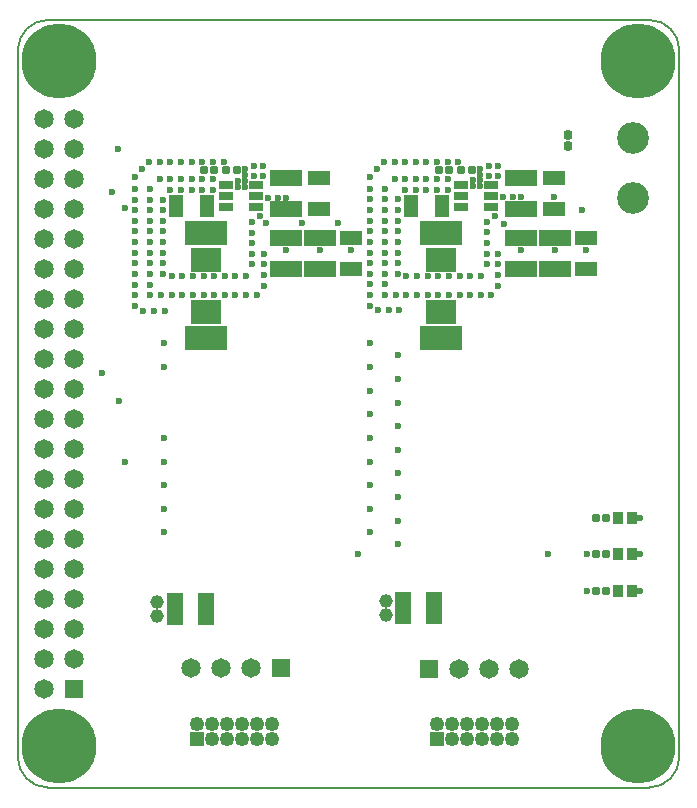
<source format=gts>
G04*
G04 #@! TF.GenerationSoftware,Altium Limited,Altium Designer,20.0.9 (164)*
G04*
G04 Layer_Color=8388736*
%FSLAX25Y25*%
%MOIN*%
G70*
G01*
G75*
%ADD11C,0.00787*%
G04:AMPARAMS|DCode=25|XSize=31.1mil|YSize=29.53mil|CornerRadius=8.86mil|HoleSize=0mil|Usage=FLASHONLY|Rotation=90.000|XOffset=0mil|YOffset=0mil|HoleType=Round|Shape=RoundedRectangle|*
%AMROUNDEDRECTD25*
21,1,0.03110,0.01181,0,0,90.0*
21,1,0.01339,0.02953,0,0,90.0*
1,1,0.01772,0.00591,0.00669*
1,1,0.01772,0.00591,-0.00669*
1,1,0.01772,-0.00591,-0.00669*
1,1,0.01772,-0.00591,0.00669*
%
%ADD25ROUNDEDRECTD25*%
%ADD26R,0.04528X0.02953*%
G04:AMPARAMS|DCode=27|XSize=26.38mil|YSize=27.95mil|CornerRadius=8.07mil|HoleSize=0mil|Usage=FLASHONLY|Rotation=180.000|XOffset=0mil|YOffset=0mil|HoleType=Round|Shape=RoundedRectangle|*
%AMROUNDEDRECTD27*
21,1,0.02638,0.01181,0,0,180.0*
21,1,0.01024,0.02795,0,0,180.0*
1,1,0.01614,-0.00512,0.00591*
1,1,0.01614,0.00512,0.00591*
1,1,0.01614,0.00512,-0.00591*
1,1,0.01614,-0.00512,-0.00591*
%
%ADD27ROUNDEDRECTD27*%
%ADD28R,0.03347X0.03937*%
%ADD29R,0.10433X0.08071*%
%ADD30R,0.14370X0.08465*%
%ADD31R,0.07284X0.04921*%
%ADD32R,0.04921X0.07284*%
%ADD33R,0.11024X0.05315*%
%ADD34R,0.05315X0.11024*%
%ADD35C,0.10591*%
%ADD36C,0.04921*%
%ADD37R,0.04921X0.04921*%
%ADD38C,0.06496*%
%ADD39R,0.06496X0.06496*%
%ADD40R,0.06496X0.06496*%
%ADD41C,0.02362*%
%ADD42C,0.04528*%
%ADD43C,0.25000*%
D11*
X438747Y212598D02*
G03*
X448819Y222670I0J10072D01*
G01*
X228346Y222671D02*
G03*
X238419Y212598I10072J0D01*
G01*
X238419Y468504D02*
G03*
X228346Y458432I0J-10072D01*
G01*
X448819Y458507D02*
G03*
X438822Y468504I-9997J0D01*
G01*
X238419Y212598D02*
X438747D01*
X448819Y222670D02*
X448819Y458507D01*
X228346Y222671D02*
X228346Y458432D01*
X238419Y468504D02*
X438822Y468504D01*
D25*
X411811Y430236D02*
D03*
Y426457D02*
D03*
D26*
X297835Y406102D02*
D03*
Y409842D02*
D03*
Y413583D02*
D03*
X307677D02*
D03*
Y409842D02*
D03*
Y406102D02*
D03*
X376181Y406102D02*
D03*
Y409842D02*
D03*
Y413583D02*
D03*
X386024D02*
D03*
Y409842D02*
D03*
Y406102D02*
D03*
D27*
X421102Y302362D02*
D03*
X424567D02*
D03*
X421102Y277953D02*
D03*
X424567Y277953D02*
D03*
X421102Y290551D02*
D03*
X424567Y290551D02*
D03*
X290394Y418504D02*
D03*
X293858D02*
D03*
X297874D02*
D03*
X301339D02*
D03*
X376220Y418504D02*
D03*
X379685D02*
D03*
X368740D02*
D03*
X372205D02*
D03*
D28*
X428346Y302362D02*
D03*
X433071D02*
D03*
X428346Y290551D02*
D03*
X433071D02*
D03*
X428346Y277953D02*
D03*
X433071Y277953D02*
D03*
D29*
X369291Y388583D02*
D03*
Y371260D02*
D03*
X290945Y371260D02*
D03*
Y388583D02*
D03*
D30*
X369291Y362421D02*
D03*
Y397421D02*
D03*
X290945Y397421D02*
D03*
Y362421D02*
D03*
D31*
X407087Y405512D02*
D03*
Y415748D02*
D03*
X328740Y405512D02*
D03*
Y415748D02*
D03*
X339370Y395669D02*
D03*
Y385433D02*
D03*
X417717Y395669D02*
D03*
Y385433D02*
D03*
D32*
X281102Y406299D02*
D03*
X291339D02*
D03*
X359449Y406299D02*
D03*
X369685D02*
D03*
D33*
X317717Y415748D02*
D03*
Y405512D02*
D03*
X317717Y385433D02*
D03*
Y395669D02*
D03*
X329134Y385433D02*
D03*
Y395669D02*
D03*
X396063Y385433D02*
D03*
Y395669D02*
D03*
X407480Y385433D02*
D03*
Y395669D02*
D03*
X396063Y415748D02*
D03*
Y405512D02*
D03*
D34*
X290945Y272047D02*
D03*
X280709D02*
D03*
X366929Y272441D02*
D03*
X356693D02*
D03*
D35*
X433465Y429055D02*
D03*
Y409055D02*
D03*
D36*
X392953Y233740D02*
D03*
Y228740D02*
D03*
X387953Y233740D02*
D03*
Y228740D02*
D03*
X382953Y233740D02*
D03*
Y228740D02*
D03*
X377953Y233740D02*
D03*
Y228740D02*
D03*
X372953Y233740D02*
D03*
Y228740D02*
D03*
X367953Y233740D02*
D03*
X313150D02*
D03*
Y228740D02*
D03*
X308150Y233740D02*
D03*
Y228740D02*
D03*
X303150Y233740D02*
D03*
Y228740D02*
D03*
X298150Y233740D02*
D03*
Y228740D02*
D03*
X293150Y233740D02*
D03*
Y228740D02*
D03*
X288150Y233740D02*
D03*
D37*
X367953Y228740D02*
D03*
X288150D02*
D03*
D38*
X237126Y435551D02*
D03*
X247126D02*
D03*
X237126Y425551D02*
D03*
X247126D02*
D03*
X237126Y415551D02*
D03*
X247126D02*
D03*
X237126Y405551D02*
D03*
X247126D02*
D03*
X237126Y395551D02*
D03*
X247126D02*
D03*
X237126Y385551D02*
D03*
X247126D02*
D03*
X237126Y375551D02*
D03*
X247126D02*
D03*
X237126Y365551D02*
D03*
X247126D02*
D03*
X237126Y355551D02*
D03*
X247126D02*
D03*
X237126Y345551D02*
D03*
X247126D02*
D03*
X237126Y335551D02*
D03*
X247126D02*
D03*
X237126Y325551D02*
D03*
X247126D02*
D03*
X237126Y315551D02*
D03*
X247126D02*
D03*
X237126Y305551D02*
D03*
X247126D02*
D03*
X237126Y295551D02*
D03*
X247126D02*
D03*
X237126Y285551D02*
D03*
X247126D02*
D03*
X237126Y275551D02*
D03*
X247126D02*
D03*
X237126Y265551D02*
D03*
X247126D02*
D03*
X237126Y255551D02*
D03*
X247126D02*
D03*
X237126Y245551D02*
D03*
X395276Y251969D02*
D03*
X385276D02*
D03*
X375276D02*
D03*
X286063Y252362D02*
D03*
X296063D02*
D03*
X306063D02*
D03*
D39*
X247126Y245551D02*
D03*
D40*
X365276Y251969D02*
D03*
X316063Y252362D02*
D03*
D41*
X388583Y416535D02*
D03*
X385433Y419685D02*
D03*
Y416535D02*
D03*
X388583Y419685D02*
D03*
X418110Y277953D02*
D03*
X405118Y290551D02*
D03*
X277165Y360630D02*
D03*
Y352756D02*
D03*
Y321260D02*
D03*
Y329134D02*
D03*
Y305512D02*
D03*
Y313386D02*
D03*
Y297638D02*
D03*
X345669Y297638D02*
D03*
X355118Y293701D02*
D03*
X345669Y313386D02*
D03*
X355118Y309449D02*
D03*
Y301575D02*
D03*
X345669Y305512D02*
D03*
Y329134D02*
D03*
X355118Y325197D02*
D03*
Y317323D02*
D03*
X345669Y321260D02*
D03*
Y344882D02*
D03*
X355118Y340945D02*
D03*
Y333071D02*
D03*
X345669Y337008D02*
D03*
Y352756D02*
D03*
X355118Y348819D02*
D03*
Y356693D02*
D03*
X345669Y360630D02*
D03*
X416535Y405118D02*
D03*
X407087Y409449D02*
D03*
X417717Y391732D02*
D03*
X407480D02*
D03*
X396063D02*
D03*
X390551Y400394D02*
D03*
X264173Y321260D02*
D03*
X262205Y341339D02*
D03*
X256299Y350787D02*
D03*
X264173Y405905D02*
D03*
X261811Y425591D02*
D03*
X259842Y411024D02*
D03*
X310236Y416535D02*
D03*
X307087D02*
D03*
Y419685D02*
D03*
X310236D02*
D03*
X339370Y391732D02*
D03*
X329134D02*
D03*
X317717D02*
D03*
X335039Y400787D02*
D03*
X323228D02*
D03*
X311024D02*
D03*
X341732Y290551D02*
D03*
X418110Y290551D02*
D03*
X435827Y302362D02*
D03*
Y277953D02*
D03*
Y290551D02*
D03*
X304034Y418848D02*
D03*
Y416879D02*
D03*
Y414911D02*
D03*
Y412942D02*
D03*
X301672D02*
D03*
Y414911D02*
D03*
X293307Y411811D02*
D03*
X293404Y415305D02*
D03*
X289861D02*
D03*
X286317D02*
D03*
X282774D02*
D03*
X279231D02*
D03*
X275687D02*
D03*
X272538Y412155D02*
D03*
Y408612D02*
D03*
Y405068D02*
D03*
Y401525D02*
D03*
Y397982D02*
D03*
Y394438D02*
D03*
Y390895D02*
D03*
Y387352D02*
D03*
Y383808D02*
D03*
Y380265D02*
D03*
Y376722D02*
D03*
X276081D02*
D03*
X279624D02*
D03*
X283168D02*
D03*
X286711D02*
D03*
X290254D02*
D03*
X293797D02*
D03*
X297341D02*
D03*
X300884D02*
D03*
X304427D02*
D03*
X307971D02*
D03*
X310333Y379872D02*
D03*
Y383415D02*
D03*
Y386958D02*
D03*
Y390501D02*
D03*
X289861Y411761D02*
D03*
X286317D02*
D03*
X282774D02*
D03*
X279231D02*
D03*
X276868Y408612D02*
D03*
Y405068D02*
D03*
Y401525D02*
D03*
Y397982D02*
D03*
Y394438D02*
D03*
Y390895D02*
D03*
Y387352D02*
D03*
Y383808D02*
D03*
X279624Y383021D02*
D03*
X283168D02*
D03*
X286711D02*
D03*
X290254D02*
D03*
X293797D02*
D03*
X297341D02*
D03*
X300884D02*
D03*
X304427D02*
D03*
X306396Y386958D02*
D03*
Y390501D02*
D03*
Y394045D02*
D03*
Y397588D02*
D03*
Y401131D02*
D03*
X286317Y421210D02*
D03*
X282774D02*
D03*
X279231D02*
D03*
X275687D02*
D03*
X272144D02*
D03*
X267420Y412155D02*
D03*
Y408612D02*
D03*
Y405068D02*
D03*
Y401525D02*
D03*
Y397982D02*
D03*
Y394438D02*
D03*
Y390895D02*
D03*
Y387352D02*
D03*
Y383808D02*
D03*
Y380265D02*
D03*
Y376722D02*
D03*
Y373179D02*
D03*
X270176Y371604D02*
D03*
X273719D02*
D03*
X277262D02*
D03*
X267420Y416092D02*
D03*
X269782Y418848D02*
D03*
X289861Y421210D02*
D03*
X293404D02*
D03*
X296947D02*
D03*
X309152Y403100D02*
D03*
X311811Y409166D02*
D03*
X314961D02*
D03*
X317717D02*
D03*
X390158Y409449D02*
D03*
X387402Y403150D02*
D03*
X393307Y409449D02*
D03*
X396063D02*
D03*
X375197Y421260D02*
D03*
X371654D02*
D03*
X368110D02*
D03*
X348031Y418898D02*
D03*
X345669Y416142D02*
D03*
X355512Y371654D02*
D03*
X351969D02*
D03*
X348425D02*
D03*
X345669Y373228D02*
D03*
Y376772D02*
D03*
Y380315D02*
D03*
Y383858D02*
D03*
Y387402D02*
D03*
Y390945D02*
D03*
Y394488D02*
D03*
Y398031D02*
D03*
Y401575D02*
D03*
Y405118D02*
D03*
Y408661D02*
D03*
Y412205D02*
D03*
X350394Y421260D02*
D03*
X353937D02*
D03*
X357480D02*
D03*
X361024D02*
D03*
X364567D02*
D03*
X384646Y401181D02*
D03*
Y397638D02*
D03*
Y394094D02*
D03*
Y390551D02*
D03*
Y387008D02*
D03*
X382677Y383071D02*
D03*
X379134D02*
D03*
X375591D02*
D03*
X372047D02*
D03*
X368504D02*
D03*
X364961D02*
D03*
X361417D02*
D03*
X357874D02*
D03*
X355118Y383858D02*
D03*
Y387402D02*
D03*
Y390945D02*
D03*
Y394488D02*
D03*
Y398031D02*
D03*
Y401575D02*
D03*
Y405118D02*
D03*
Y408661D02*
D03*
X357480Y411811D02*
D03*
X361024D02*
D03*
X364567D02*
D03*
X368110D02*
D03*
X388583Y390551D02*
D03*
Y387008D02*
D03*
Y383465D02*
D03*
Y379921D02*
D03*
X386221Y376772D02*
D03*
X382677D02*
D03*
X379134D02*
D03*
X375591D02*
D03*
X372047D02*
D03*
X368504D02*
D03*
X364961D02*
D03*
X361417D02*
D03*
X357874D02*
D03*
X354331D02*
D03*
X350787D02*
D03*
Y380315D02*
D03*
Y383858D02*
D03*
Y387402D02*
D03*
Y390945D02*
D03*
Y394488D02*
D03*
Y398031D02*
D03*
Y401575D02*
D03*
Y405118D02*
D03*
Y408661D02*
D03*
Y412205D02*
D03*
X353937Y415354D02*
D03*
X357480D02*
D03*
X361024D02*
D03*
X364567D02*
D03*
X368110D02*
D03*
X371654D02*
D03*
Y411811D02*
D03*
X379921Y414961D02*
D03*
Y412992D02*
D03*
X382283D02*
D03*
Y414961D02*
D03*
Y416929D02*
D03*
Y418898D02*
D03*
D42*
X351195Y270252D02*
D03*
X351181Y274803D02*
D03*
X274803Y274410D02*
D03*
Y269685D02*
D03*
D43*
X242126Y454724D02*
D03*
X435039D02*
D03*
Y226378D02*
D03*
X242126D02*
D03*
M02*

</source>
